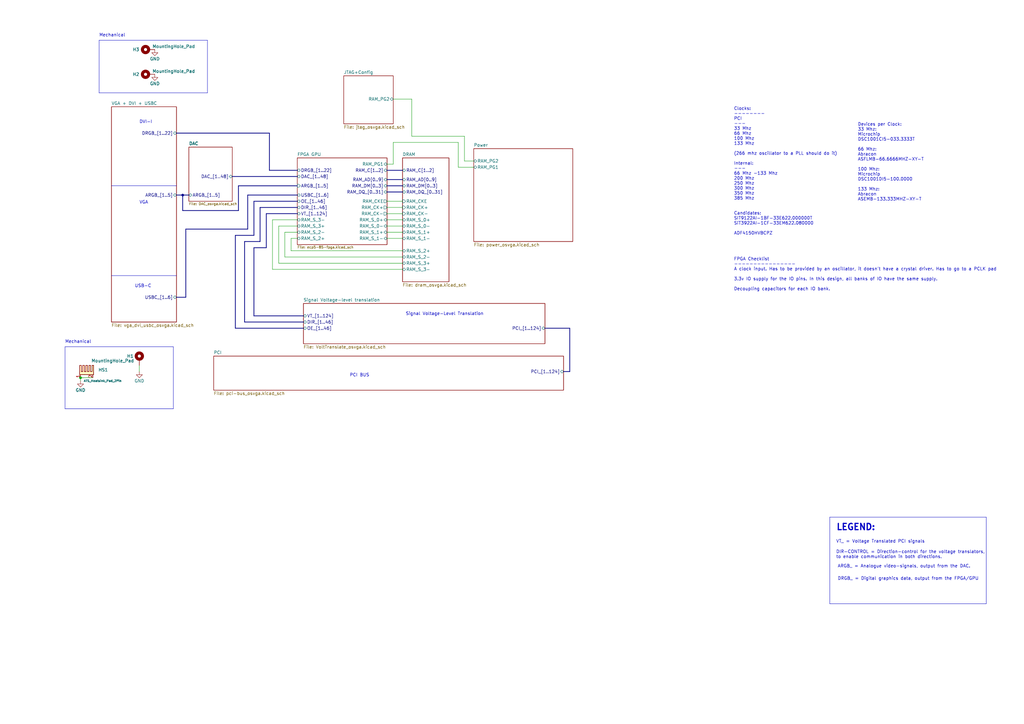
<source format=kicad_sch>
(kicad_sch (version 20230121) (generator eeschema)
  (paper "A3")
  (title_block (title "Open SVGA") (rev "0.14") (comment 1 "Copyright DoomN00b"))
  (lib_symbols
    (symbol "LRJ-parts:ATS_Heatsink_Pad_2Pin" (pin_names (offset 0))
      (property "Reference" "HS" (at 0 5.715 0))
      (property "Value" "ATS_Heatsink_Pad_2Pin" (at 0 3.81 0))
      (symbol "ATS_Heatsink_Pad_2Pin_0_1"
        (polyline (pts (xy -0.3302 0) (xy -0.9652 0) (xy -0.9652 2.54) (xy -1.6002 2.54) (xy -1.6002 0) (xy -2.2352 0) (xy -2.2352 2.54) (xy -2.8702 2.54) (xy -2.8702 -1.27) (xy -0.9652 -1.27)) (stroke (width 0.254)) (fill (type background)))
        (polyline (pts (xy -0.3302 0) (xy -0.3302 2.54) (xy 0.3048 2.54) (xy 0.3048 0) (xy 0.9398 0) (xy 0.9398 2.54) (xy 1.5748 2.54) (xy 1.5748 0) (xy 2.2098 0) (xy 2.2098 2.54) (xy 2.8448 2.54) (xy 2.8448 -1.27) (xy -0.9652 -1.27)) (stroke (width 0.254)) (fill (type background)))
      )
      (symbol "ATS_Heatsink_Pad_2Pin_1_1"
        (pin passive line (at -2.54 -2.54 90) (length 1.27) (name "~") (number "1"))
        (pin passive line (at 2.54 -2.54 90) (length 1.27) (name "~") (number "2"))
      )
    )
    (symbol "Mechanical:MountingHole_Pad" (pin_numbers hide) (pin_names (offset 1.016) hide)
      (property "Reference" "H" (at 0 6.35 0))
      (property "Value" "MountingHole_Pad" (at 0 4.445 0))
      (symbol "MountingHole_Pad_0_1"
        (circle (center 0 1.27) (radius 1.27) (stroke (width 1.27)))
      )
      (symbol "MountingHole_Pad_1_1"
        (pin input line (at 0 -2.54 90) (length 2.54) (name "1") (number "1"))
      )
    )
    (symbol "power:GND" (power) (pin_names (offset 0))
      (property "Value" "GND" (at 0 -3.81 0))
      (symbol "GND_0_1"
        (polyline (pts (xy 0 0) (xy 0 -1.27) (xy 1.27 -1.27) (xy 0 -2.54) (xy -1.27 -1.27) (xy 0 -1.27)))
      )
      (symbol "GND_1_1"
        (pin power_in line (at 0 0 270) (length 0) hide (name "GND") (number "1"))
      )
    )
  )
  (junction (at 74.93 80.01))
  (junction (at 33.02 154.94))
  (bus (pts (xy 95.25 72.39) (xy 121.92 72.39)))
  (wire (pts (xy 121.92 97.79) (xy 119.38 97.79)))
  (bus (pts (xy 121.92 76.2) (xy 97.79 76.2)))
  (bus (pts (xy 121.92 87.63) (xy 109.22 87.63)))
  (polyline (pts (xy 45.72 76.2) (xy 72.39 76.2)))
  (polyline (pts (xy 26.67 167.64) (xy 71.12 167.64)))
  (bus (pts (xy 233.68 152.4) (xy 233.68 134.62)))
  (polyline (pts (xy 71.12 167.64) (xy 71.12 142.24)))
  (bus (pts (xy 158.75 78.74) (xy 165.1 78.74)))
  (polyline (pts (xy 340.36 212.09) (xy 404.495 212.09)))
  (wire (pts (xy 111.76 90.17) (xy 121.92 90.17)))
  (wire (pts (xy 161.29 67.31) (xy 158.75 67.31)))
  (bus (pts (xy 74.93 80.01) (xy 77.47 80.01)))
  (bus (pts (xy 100.33 99.06) (xy 100.33 132.08)))
  (wire (pts (xy 57.15 152.4) (xy 57.15 149.86)))
  (wire (pts (xy 190.5 66.04) (xy 190.5 55.88)))
  (wire (pts (xy 165.1 105.41) (xy 116.84 105.41)))
  (polyline (pts (xy 26.67 142.24) (xy 71.12 142.24)))
  (bus (pts (xy 97.79 86.36) (xy 74.93 86.36)))
  (wire (pts (xy 158.75 92.71) (xy 165.1 92.71)))
  (bus (pts (xy 158.75 69.85) (xy 165.1 69.85)))
  (polyline (pts (xy 40.64 16.51) (xy 85.09 16.51)))
  (wire (pts (xy 119.38 102.87) (xy 165.1 102.87)))
  (wire (pts (xy 187.96 58.42) (xy 161.29 58.42)))
  (bus (pts (xy 233.68 134.62) (xy 223.52 134.62)))
  (wire (pts (xy 194.31 66.04) (xy 190.5 66.04)))
  (wire (pts (xy 187.96 68.58) (xy 187.96 58.42)))
  (bus (pts (xy 76.2 121.92) (xy 76.2 93.98)))
  (bus (pts (xy 76.2 93.98) (xy 101.6 93.98)))
  (polyline (pts (xy 340.36 247.65) (xy 340.36 212.09)))
  (wire (pts (xy 116.84 95.25) (xy 121.92 95.25)))
  (bus (pts (xy 104.14 129.54) (xy 124.46 129.54)))
  (wire (pts (xy 158.75 90.17) (xy 165.1 90.17)))
  (wire (pts (xy 194.31 68.58) (xy 187.96 68.58)))
  (wire (pts (xy 116.84 105.41) (xy 116.84 95.25)))
  (wire (pts (xy 121.92 92.71) (xy 114.3 92.71)))
  (wire (pts (xy 165.1 82.55) (xy 158.75 82.55)))
  (wire (pts (xy 190.5 55.88) (xy 168.91 55.88)))
  (polyline (pts (xy 85.09 38.1) (xy 85.09 16.51)))
  (bus (pts (xy 158.75 76.2) (xy 165.1 76.2)))
  (bus (pts (xy 101.6 93.98) (xy 101.6 80.01)))
  (bus (pts (xy 110.49 54.61) (xy 72.39 54.61)))
  (bus (pts (xy 110.49 69.85) (xy 110.49 54.61)))
  (wire (pts (xy 158.75 95.25) (xy 165.1 95.25)))
  (polyline (pts (xy 45.72 113.03) (xy 72.39 113.03)))
  (bus (pts (xy 106.68 85.09) (xy 121.92 85.09)))
  (wire (pts (xy 161.29 40.64) (xy 168.91 40.64)))
  (bus (pts (xy 74.93 86.36) (xy 74.93 80.01)))
  (wire (pts (xy 111.76 110.49) (xy 111.76 90.17)))
  (polyline (pts (xy 404.495 247.65) (xy 340.36 247.65)))
  (wire (pts (xy 168.91 55.88) (xy 168.91 40.64)))
  (bus (pts (xy 104.14 82.55) (xy 104.14 96.52)))
  (bus (pts (xy 158.75 73.66) (xy 165.1 73.66)))
  (wire (pts (xy 165.1 87.63) (xy 158.75 87.63)))
  (wire (pts (xy 38.1 154.94) (xy 33.02 154.94)))
  (wire (pts (xy 161.29 58.42) (xy 161.29 67.31)))
  (bus (pts (xy 72.39 80.01) (xy 74.93 80.01)))
  (wire (pts (xy 114.3 92.71) (xy 114.3 107.95)))
  (wire (pts (xy 119.38 97.79) (xy 119.38 102.87)))
  (polyline (pts (xy 26.67 142.24) (xy 26.67 167.64)))
  (bus (pts (xy 101.6 80.01) (xy 121.92 80.01)))
  (bus (pts (xy 124.46 132.08) (xy 100.33 132.08)))
  (wire (pts (xy 165.1 110.49) (xy 111.76 110.49)))
  (polyline (pts (xy 40.64 38.1) (xy 85.09 38.1)))
  (bus (pts (xy 110.49 69.85) (xy 121.92 69.85)))
  (bus (pts (xy 231.14 152.4) (xy 233.68 152.4)))
  (wire (pts (xy 114.3 107.95) (xy 165.1 107.95)))
  (polyline (pts (xy 40.64 16.51) (xy 40.64 38.1)))
  (bus (pts (xy 104.14 96.52) (xy 96.52 96.52)))
  (bus (pts (xy 96.52 96.52) (xy 96.52 134.62)))
  (bus (pts (xy 106.68 99.06) (xy 100.33 99.06)))
  (bus (pts (xy 104.14 101.6) (xy 104.14 129.54)))
  (bus (pts (xy 104.14 101.6) (xy 109.22 101.6)))
  (bus (pts (xy 97.79 76.2) (xy 97.79 86.36)))
  (wire (pts (xy 158.75 97.79) (xy 165.1 97.79)))
  (bus (pts (xy 106.68 85.09) (xy 106.68 99.06)))
  (bus (pts (xy 96.52 134.62) (xy 124.46 134.62)))
  (polyline (pts (xy 404.495 212.09) (xy 404.495 247.65)))
  (wire (pts (xy 165.1 85.09) (xy 158.75 85.09)))
  (bus (pts (xy 72.39 121.92) (xy 76.2 121.92)))
  (bus (pts (xy 109.22 101.6) (xy 109.22 87.63)))
  (wire (pts (xy 33.02 156.21) (xy 33.02 154.94)))
  (bus (pts (xy 104.14 82.55) (xy 121.92 82.55)))
  (text "DRGB_ = Digital graphics data, output from the FPGA/GPU" (at 343.535 238.125 0) (effects (font (size 1.27 1.27)) (justify left bottom)))
  (text "VGA" (at 57.15 83.82 0) (effects (font (size 1.27 1.27)) (justify left bottom)))
  (text "PCI BUS" (at 143.383 154.686 0) (effects (font (size 1.27 1.27)) (justify left bottom)))
  (text "Mechanical" (at 40.64 15.24 0) (effects (font (size 1.27 1.27)) (justify left bottom)))
  (text "VT_ = Voltage Translated PCI signals" (at 342.9 222.885 0) (effects (font (size 1.27 1.27)) (justify left bottom)))
  (text "DIR-CONTROL = Direction-control for the voltage translators, \nto enable communication in both directions." (at 342.9 229.235 0) (effects (font (size 1.27 1.27)) (justify left bottom)))
  (text "Devices per Clock:\n33 Mhz:  \nMicrochip\nDSC1001CI5-033.3333T \n\n66 Mhz:\nAbracon\nASFLMB-66.6666MHZ-XY-T\n\n100 Mhz:\nMicrochip\nDSC1001DI5-100.0000\n\n133 Mhz:\nAbracon\nASEMB-133.333MHZ-XY-T " (at 351.79 82.55 0) (effects (font (size 1.27 1.27)) (justify left bottom)))
  (text "Signal Voltage-Level Translation" (at 166.37 129.54 0) (effects (font (size 1.27 1.27)) (justify left bottom)))
  (text "LEGEND:" (at 342.9 217.805 0) (effects (font (size 2.54 2.54) (thickness 0.508) bold) (justify left bottom)))
  (text "DVI-I" (at 57.15 50.8 0) (effects (font (size 1.27 1.27)) (justify left bottom)))
  (text "Mechanical" (at 26.67 140.97 0) (effects (font (size 1.27 1.27)) (justify left bottom)))
  (text "USB-C" (at 55.245 118.11 0) (effects (font (size 1.27 1.27)) (justify left bottom)))
  (text "Clocks:\n--------\nPCI\n---\n33 Mhz\n66 Mhz\n100 Mhz\n133 Mhz\n\n(266 mhz oscillator to a PLL should do it)\n\nInternal:\n---\n66 Mhz -133 Mhz\n200 Mhz\n250 Mhz\n300 Mhz\n350 Mhz\n385 Mhz\n\n\nCandidates:\nSIT9122AI-1BF-33E622.000000T\nSiT3922AI-1CF-33EM622.080000\n\nADF4150HVBCPZ\n" (at 300.99 96.52 0) (effects (font (size 1.27 1.27)) (justify left bottom)))
  (text "FPGA Checklist\n----------------\nA clock input. Has to be provided by an oscillator, it doesn't have a crystal driver. Has to go to a PCLK pad\n\n3.3v IO supply for the IO pins. In this design, all banks of IO have the same supply. \n\nDecoupling capacitors for each IO bank.\n" (at 300.99 119.38 0) (effects (font (size 1.27 1.27)) (justify left bottom)))
  (text "ARGB_ = Analogue video-signals, output from the DAC." (at 343.535 233.045 0) (effects (font (size 1.27 1.27)) (justify left bottom)))
  (symbol (lib_id "LRJ-parts:ATS_Heatsink_Pad_2Pin") (at 35.56 152.4 0) (unit 1)
    (property "Reference" "HS1" (at 40.3352 151.6888 0) (effects (justify left)))
    (property "Value" "ATS_Heatsink_Pad_2Pin" (at 34.29 156.21 0) (effects (font (size 0.889 0.889)) (justify left)))
    (property "Footprint" "LRJ:Heatsink_ATS_25x25mm_2xFixation3.175mm" (effects hide))
    (property "Datasheet" "https://www.qats.com/pushPIN/DataSheet/ATS-CPX025025025-168-C1-R0" (effects hide))
    (property "MPN" "ATS-CPX025025025-168-C1-R0" (effects hide))
    (property "Manufacturer" "Advanced Thermal Solutions Inc." (effects hide))
  )
  (symbol (lib_id "power:GND") (at 33.02 156.21 0) (unit 1)
    (property "Reference" "#PWR0125" (effects hide))
    (property "Value" "GND" (at 33.02 160.02 0))
  )
  (symbol (lib_id "power:GND") (at 63.5 30.48 0) (unit 1)
    (property "Reference" "#PWR0126" (effects hide))
    (property "Value" "GND" (at 63.5 34.29 0))
  )
  (symbol (lib_id "Mechanical:MountingHole_Pad") (at 60.96 20.32 90) (unit 1)
    (property "Reference" "H3" (at 57.15 20.32 90) (effects (justify left)))
    (property "Value" "MountingHole_Pad" (at 80.01 19.05 90) (effects (justify left)))
    (property "Footprint" "MountingHole:MountingHole_3.2mm_M3_Pad_Via" (effects hide))
  )
  (symbol (lib_id "power:GND") (at 63.5 20.32 0) (unit 1)
    (property "Reference" "#PWR0129" (effects hide))
    (property "Value" "GND" (at 63.5 24.13 0))
  )
  (symbol (lib_id "Mechanical:MountingHole_Pad") (at 60.96 30.48 90) (unit 1)
    (property "Reference" "H2" (at 57.15 30.48 90) (effects (justify left)))
    (property "Value" "MountingHole_Pad" (at 80.01 29.21 90) (effects (justify left)))
    (property "Footprint" "MountingHole:MountingHole_3.2mm_M3_Pad_Via" (effects hide))
  )
  (symbol (lib_id "Mechanical:MountingHole_Pad") (at 57.15 147.32 0) (unit 1)
    (property "Reference" "H1" (at 52.07 146.05 0) (effects (justify left)))
    (property "Value" "MountingHole_Pad" (at 37.465 147.955 0) (effects (justify left)))
    (property "Footprint" "MountingHole:MountingHole_3.2mm_M3_Pad_Via" (effects hide))
  )
  (symbol (lib_id "power:GND") (at 57.15 152.4 0) (unit 1)
    (property "Reference" "#PWR01" (effects hide))
    (property "Value" "GND" (at 57.15 156.21 0))
  )
  (sheet (at 140.97 31.115) (size 20.32 19.685)
    (property "Sheetname" "JTAG+Config" (at 140.97 30.4034 0) (effects (justify left bottom)))
    (property "Sheetfile" "jtag_osvga.kicad_sch" (at 140.97 51.3846 0) (effects (justify left top)))
    (pin "RAM_PG2" bidirectional (at 161.29 40.64 0))
  )
  (sheet (at 121.92 64.77) (size 36.83 35.56)
    (property "Sheetname" "FPGA GPU" (at 121.92 64.0584 0) (effects (justify left bottom)))
    (property "Sheetfile" "ecp5-85-fpga.kicad_sch" (at 121.92 100.8066 0) (effects (font (size 1 1)) (justify left top)))
    (pin "RAM_C[1..2]" bidirectional (at 158.75 69.85 0))
    (pin "RAM_AD[0..9]" bidirectional (at 158.75 73.66 0))
    (pin "RAM_DQ_[0..31]" bidirectional (at 158.75 78.74 0))
    (pin "RAM_DM[0..3]" bidirectional (at 158.75 76.2 0))
    (pin "VT_[1..124]" bidirectional (at 121.92 87.63 180))
    (pin "OE_[1..46]" bidirectional (at 121.92 82.55 180))
    (pin "DIR_[1..46]" bidirectional (at 121.92 85.09 180))
    (pin "USBC_[1..6]" bidirectional (at 121.92 80.01 180))
    (pin "DAC_[1..48]" bidirectional (at 121.92 72.39 180))
    (pin "DRGB_[1..22]" bidirectional (at 121.92 69.85 180))
    (pin "RAM_CKE" output (at 158.75 82.55 0))
    (pin "RAM_CK+" output (at 158.75 85.09 0))
    (pin "RAM_CK-" output (at 158.75 87.63 0))
    (pin "RAM_PG1" bidirectional (at 158.75 67.31 0))
    (pin "RAM_S_0+" bidirectional (at 158.75 90.17 0))
    (pin "RAM_S_0-" bidirectional (at 158.75 92.71 0))
    (pin "RAM_S_1+" bidirectional (at 158.75 95.25 0))
    (pin "RAM_S_1-" bidirectional (at 158.75 97.79 0))
    (pin "RAM_S_2+" bidirectional (at 121.92 97.79 180))
    (pin "RAM_S_2-" bidirectional (at 121.92 95.25 180))
    (pin "RAM_S_3+" bidirectional (at 121.92 92.71 180))
    (pin "RAM_S_3-" bidirectional (at 121.92 90.17 180))
    (pin "ARGB_[1..5]" input (at 121.92 76.2 180))
  )
  (sheet (at 124.46 124.46) (size 99.06 16.51)
    (property "Sheetname" "Signal Voltage-level translation" (at 124.46 123.7484 0) (effects (justify left bottom)))
    (property "Sheetfile" "VoltTranslate_osvga.kicad_sch" (at 124.46 141.5546 0) (effects (justify left top)))
    (pin "PCI_[1..124]" bidirectional (at 223.52 134.62 0))
    (pin "VT_[1..124]" bidirectional (at 124.46 129.54 180))
    (pin "DIR_[1..46]" bidirectional (at 124.46 132.08 180))
    (pin "OE_[1..46]" bidirectional (at 124.46 134.62 180))
  )
  (sheet (at 77.47 60.325) (size 17.78 22.225)
    (property "Sheetname" "DAC" (at 77.47 59.6134 0) (effects (font bold) (justify left bottom)))
    (property "Sheetfile" "DAC_osvga.kicad_sch" (at 77.47 83.0266 0) (effects (font (size 1 1)) (justify left top)))
    (pin "DAC_[1..48]" bidirectional (at 95.25 72.39 0))
    (pin "ARGB_[1..5]" bidirectional (at 77.47 80.01 180))
  )
  (sheet (at 45.72 43.815) (size 26.67 88.265)
    (property "Sheetname" "VGA + DVI + USBC" (at 45.72 43.1034 0) (effects (justify left bottom)))
    (property "Sheetfile" "vga_dvi_usbc_osvga.kicad_sch" (at 45.72 132.6646 0) (effects (justify left top)))
    (pin "USBC_[1..6]" bidirectional (at 72.39 121.92 0))
    (pin "DRGB_[1..22]" bidirectional (at 72.39 54.61 0))
    (pin "ARGB_[1..5]" bidirectional (at 72.39 80.01 0))
  )
  (sheet (at 165.1 64.77) (size 19.05 50.8)
    (property "Sheetname" "DRAM" (at 165.1 64.0584 0) (effects (justify left bottom)))
    (property "Sheetfile" "dram_osvga.kicad_sch" (at 165.1 116.1546 0) (effects (justify left top)))
    (pin "RAM_AD[0..9]" bidirectional (at 165.1 73.66 180))
    (pin "RAM_DQ_[0..31]" bidirectional (at 165.1 78.74 180))
    (pin "RAM_C[1..2]" bidirectional (at 165.1 69.85 180))
    (pin "RAM_DM[0..3]" bidirectional (at 165.1 76.2 180))
    (pin "RAM_CKE" input (at 165.1 82.55 180))
    (pin "RAM_CK+" input (at 165.1 85.09 180))
    (pin "RAM_CK-" input (at 165.1 87.63 180))
    (pin "RAM_S_0+" bidirectional (at 165.1 90.17 180))
    (pin "RAM_S_0-" bidirectional (at 165.1 92.71 180))
    (pin "RAM_S_1+" bidirectional (at 165.1 95.25 180))
    (pin "RAM_S_1-" bidirectional (at 165.1 97.79 180))
    (pin "RAM_S_2+" bidirectional (at 165.1 102.87 180))
    (pin "RAM_S_2-" bidirectional (at 165.1 105.41 180))
    (pin "RAM_S_3+" bidirectional (at 165.1 107.95 180))
    (pin "RAM_S_3-" bidirectional (at 165.1 110.49 180))
  )
  (sheet (at 194.31 60.96) (size 40.64 38.1)
    (property "Sheetname" "Power" (at 194.31 60.2484 0) (effects (justify left bottom)))
    (property "Sheetfile" "power_osvga.kicad_sch" (at 194.31 99.6446 0) (effects (justify left top)))
    (pin "RAM_PG1" bidirectional (at 194.31 68.58 180))
    (pin "RAM_PG2" bidirectional (at 194.31 66.04 180))
  )
  (sheet (at 87.63 146.05) (size 143.51 13.97)
    (property "Sheetname" "PCI" (at 87.63 145.3384 0) (effects (justify left bottom)))
    (property "Sheetfile" "pci-bus_osvga.kicad_sch" (at 87.63 160.6046 0) (effects (justify left top)))
    (pin "PCI_[1..124]" bidirectional (at 231.14 152.4 0))
  )
)
</source>
